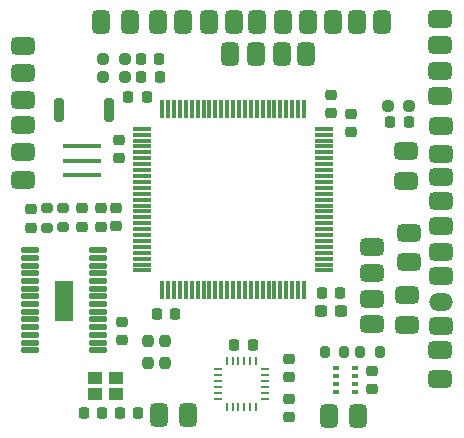
<source format=gbr>
%TF.GenerationSoftware,KiCad,Pcbnew,7.0.8*%
%TF.CreationDate,2023-11-14T14:25:30+07:00*%
%TF.ProjectId,Pixracer_clone,50697872-6163-4657-925f-636c6f6e652e,rev?*%
%TF.SameCoordinates,Original*%
%TF.FileFunction,Paste,Top*%
%TF.FilePolarity,Positive*%
%FSLAX46Y46*%
G04 Gerber Fmt 4.6, Leading zero omitted, Abs format (unit mm)*
G04 Created by KiCad (PCBNEW 7.0.8) date 2023-11-14 14:25:30*
%MOMM*%
%LPD*%
G01*
G04 APERTURE LIST*
G04 Aperture macros list*
%AMRoundRect*
0 Rectangle with rounded corners*
0 $1 Rounding radius*
0 $2 $3 $4 $5 $6 $7 $8 $9 X,Y pos of 4 corners*
0 Add a 4 corners polygon primitive as box body*
4,1,4,$2,$3,$4,$5,$6,$7,$8,$9,$2,$3,0*
0 Add four circle primitives for the rounded corners*
1,1,$1+$1,$2,$3*
1,1,$1+$1,$4,$5*
1,1,$1+$1,$6,$7*
1,1,$1+$1,$8,$9*
0 Add four rect primitives between the rounded corners*
20,1,$1+$1,$2,$3,$4,$5,0*
20,1,$1+$1,$4,$5,$6,$7,0*
20,1,$1+$1,$6,$7,$8,$9,0*
20,1,$1+$1,$8,$9,$2,$3,0*%
G04 Aperture macros list end*
%ADD10C,0.010000*%
%ADD11RoundRect,0.225000X-0.250000X0.225000X-0.250000X-0.225000X0.250000X-0.225000X0.250000X0.225000X0*%
%ADD12RoundRect,0.200000X-0.200000X-0.275000X0.200000X-0.275000X0.200000X0.275000X-0.200000X0.275000X0*%
%ADD13RoundRect,0.225000X0.225000X0.250000X-0.225000X0.250000X-0.225000X-0.250000X0.225000X-0.250000X0*%
%ADD14RoundRect,0.375000X0.625000X0.375000X-0.625000X0.375000X-0.625000X-0.375000X0.625000X-0.375000X0*%
%ADD15RoundRect,0.375000X-0.375000X0.625000X-0.375000X-0.625000X0.375000X-0.625000X0.375000X0.625000X0*%
%ADD16RoundRect,0.225000X-0.225000X-0.250000X0.225000X-0.250000X0.225000X0.250000X-0.225000X0.250000X0*%
%ADD17RoundRect,0.225000X0.250000X-0.225000X0.250000X0.225000X-0.250000X0.225000X-0.250000X-0.225000X0*%
%ADD18RoundRect,0.375000X0.375000X-0.625000X0.375000X0.625000X-0.375000X0.625000X-0.375000X-0.625000X0*%
%ADD19RoundRect,0.218750X0.218750X0.256250X-0.218750X0.256250X-0.218750X-0.256250X0.218750X-0.256250X0*%
%ADD20R,0.500000X0.350000*%
%ADD21R,1.150000X1.000000*%
%ADD22RoundRect,0.375000X-0.625000X-0.375000X0.625000X-0.375000X0.625000X0.375000X-0.625000X0.375000X0*%
%ADD23O,2.000000X1.500000*%
%ADD24RoundRect,0.200000X0.275000X-0.200000X0.275000X0.200000X-0.275000X0.200000X-0.275000X-0.200000X0*%
%ADD25RoundRect,0.237500X0.237500X-0.250000X0.237500X0.250000X-0.237500X0.250000X-0.237500X-0.250000X0*%
%ADD26RoundRect,0.237500X-0.250000X-0.237500X0.250000X-0.237500X0.250000X0.237500X-0.250000X0.237500X0*%
%ADD27RoundRect,0.237500X-0.300000X-0.237500X0.300000X-0.237500X0.300000X0.237500X-0.300000X0.237500X0*%
%ADD28RoundRect,0.237500X0.250000X0.237500X-0.250000X0.237500X-0.250000X-0.237500X0.250000X-0.237500X0*%
%ADD29R,3.200000X0.400000*%
%ADD30RoundRect,0.200000X-0.200000X-0.800000X0.200000X-0.800000X0.200000X0.800000X-0.200000X0.800000X0*%
%ADD31RoundRect,0.218750X-0.218750X-0.256250X0.218750X-0.256250X0.218750X0.256250X-0.218750X0.256250X0*%
%ADD32RoundRect,0.020500X0.719500X0.184500X-0.719500X0.184500X-0.719500X-0.184500X0.719500X-0.184500X0*%
%ADD33RoundRect,0.075000X-0.725000X-0.075000X0.725000X-0.075000X0.725000X0.075000X-0.725000X0.075000X0*%
%ADD34RoundRect,0.075000X-0.075000X-0.725000X0.075000X-0.725000X0.075000X0.725000X-0.075000X0.725000X0*%
%ADD35R,0.260000X0.790000*%
%ADD36R,0.790000X0.260000*%
G04 APERTURE END LIST*
%TO.C,U2*%
D10*
X107588000Y-108000000D02*
X106162000Y-108000000D01*
X106162000Y-104650000D01*
X107588000Y-104650000D01*
X107588000Y-108000000D01*
G36*
X107588000Y-108000000D02*
G01*
X106162000Y-108000000D01*
X106162000Y-104650000D01*
X107588000Y-104650000D01*
X107588000Y-108000000D01*
G37*
%TD*%
D11*
%TO.C,C6*%
X129500000Y-88925000D03*
X129500000Y-90475000D03*
%TD*%
D12*
%TO.C,R16*%
X128975000Y-110700000D03*
X130625000Y-110700000D03*
%TD*%
D13*
%TO.C,C23*%
X122850000Y-110100000D03*
X121300000Y-110100000D03*
%TD*%
D14*
%TO.C,SPI2*%
X132950000Y-108300000D03*
X132950000Y-106200000D03*
X132950000Y-104000000D03*
X132950000Y-101800000D03*
%TD*%
D15*
%TO.C,UART1*%
X121300000Y-82800000D03*
X119200000Y-82800000D03*
X117000000Y-82800000D03*
X114800000Y-82800000D03*
%TD*%
D16*
%TO.C,C22*%
X128700000Y-105700000D03*
X130250000Y-105700000D03*
%TD*%
D17*
%TO.C,C21*%
X133000000Y-113875000D03*
X133000000Y-112325000D03*
%TD*%
D18*
%TO.C,T3*%
X129300000Y-116100000D03*
X131800000Y-116100000D03*
%TD*%
D17*
%TO.C,C17*%
X109975000Y-100100000D03*
X109975000Y-98550000D03*
%TD*%
D19*
%TO.C,D4*%
X114962500Y-85870000D03*
X113387500Y-85870000D03*
%TD*%
D20*
%TO.C,BMP280*%
X129900000Y-114050000D03*
X129900000Y-113400000D03*
X129900000Y-112750000D03*
X129900000Y-112100000D03*
X131500000Y-112100000D03*
X131500000Y-112750000D03*
X131500000Y-113400000D03*
X131500000Y-114050000D03*
%TD*%
D14*
%TO.C,SWD*%
X138700000Y-89000000D03*
X138700000Y-86900000D03*
X138700000Y-84700000D03*
X138700000Y-82500000D03*
%TD*%
D21*
%TO.C,Y2*%
X111275000Y-112900000D03*
X109525000Y-112900000D03*
X109525000Y-114300000D03*
X111275000Y-114300000D03*
%TD*%
D15*
%TO.C,GPS1*%
X133800000Y-82800000D03*
X131700000Y-82800000D03*
X129700000Y-82800000D03*
X127500000Y-82800000D03*
X125400000Y-82800000D03*
X123200000Y-82800000D03*
%TD*%
D22*
%TO.C,MOTOR*%
X138800000Y-93900000D03*
X138800000Y-95900000D03*
X138800000Y-97900000D03*
X138800000Y-100000000D03*
X138800000Y-102200000D03*
X138800000Y-104300000D03*
D23*
X138800000Y-106500000D03*
D22*
X138800000Y-108500000D03*
%TD*%
D24*
%TO.C,R8*%
X106800000Y-100125000D03*
X106800000Y-98475000D03*
%TD*%
D14*
%TO.C,UART7*%
X138700000Y-113000000D03*
X138700000Y-110500000D03*
%TD*%
D22*
%TO.C,VTX1*%
X103400000Y-84800000D03*
X103400000Y-87100000D03*
X103400000Y-89400000D03*
%TD*%
D13*
%TO.C,C25*%
X113150000Y-115900000D03*
X111600000Y-115900000D03*
%TD*%
D17*
%TO.C,C4*%
X125900000Y-112850000D03*
X125900000Y-111300000D03*
%TD*%
D22*
%TO.C,5V*%
X138800000Y-91600000D03*
%TD*%
D25*
%TO.C,R5*%
X114000000Y-111612500D03*
X114000000Y-109787500D03*
%TD*%
D17*
%TO.C,C2*%
X104075000Y-100175000D03*
X104075000Y-98625000D03*
%TD*%
D11*
%TO.C,C13*%
X111300000Y-98525000D03*
X111300000Y-100075000D03*
%TD*%
D13*
%TO.C,C8*%
X116275000Y-107500000D03*
X114725000Y-107500000D03*
%TD*%
D24*
%TO.C,R3*%
X105475000Y-100198214D03*
X105475000Y-98548214D03*
%TD*%
D26*
%TO.C,R4*%
X110187500Y-87400000D03*
X112012500Y-87400000D03*
%TD*%
D27*
%TO.C,C3*%
X128637500Y-107200000D03*
X130362500Y-107200000D03*
%TD*%
D28*
%TO.C,R10*%
X136112500Y-89900000D03*
X134287500Y-89900000D03*
%TD*%
D17*
%TO.C,C18*%
X108375000Y-100100000D03*
X108375000Y-98550000D03*
%TD*%
D29*
%TO.C,Y1*%
X108400000Y-95700000D03*
X108400000Y-94500000D03*
X108400000Y-93300000D03*
%TD*%
D22*
%TO.C,UART3*%
X136100000Y-100600000D03*
X136100000Y-103100000D03*
%TD*%
D12*
%TO.C,R18*%
X131975000Y-110725000D03*
X133625000Y-110725000D03*
%TD*%
D17*
%TO.C,C20*%
X111800000Y-109700000D03*
X111800000Y-108150000D03*
%TD*%
D26*
%TO.C,R2*%
X110187500Y-85900000D03*
X112012500Y-85900000D03*
%TD*%
D17*
%TO.C,C1*%
X131200000Y-92075000D03*
X131200000Y-90525000D03*
%TD*%
D18*
%TO.C,UART4*%
X114900000Y-116000000D03*
X117400000Y-116000000D03*
%TD*%
D30*
%TO.C,BOOT*%
X106500000Y-90200000D03*
X110700000Y-90200000D03*
%TD*%
D25*
%TO.C,R6*%
X115400000Y-111612500D03*
X115400000Y-109787500D03*
%TD*%
D14*
%TO.C,UART6*%
X135800000Y-96200000D03*
X135800000Y-93700000D03*
%TD*%
D31*
%TO.C,PWR*%
X134512500Y-91200000D03*
X136087500Y-91200000D03*
%TD*%
D32*
%TO.C,U2*%
X109750000Y-110550000D03*
X109750000Y-109900000D03*
X109750000Y-109250000D03*
X109750000Y-108600000D03*
X109750000Y-107950000D03*
X109750000Y-107300000D03*
X109750000Y-106650000D03*
X109750000Y-106000000D03*
X109750000Y-105350000D03*
X109750000Y-104700000D03*
X109750000Y-104050000D03*
X109750000Y-103400000D03*
X109750000Y-102750000D03*
X109750000Y-102100000D03*
X104000000Y-102100000D03*
X104000000Y-102750000D03*
X104000000Y-103400000D03*
X104000000Y-104050000D03*
X104000000Y-104700000D03*
X104000000Y-105350000D03*
X104000000Y-106000000D03*
X104000000Y-106650000D03*
X104000000Y-107300000D03*
X104000000Y-107950000D03*
X104000000Y-108600000D03*
X104000000Y-109250000D03*
X104000000Y-109900000D03*
X104000000Y-110550000D03*
%TD*%
D19*
%TO.C,D5*%
X114987500Y-87400000D03*
X113412500Y-87400000D03*
%TD*%
D22*
%TO.C,CAM1*%
X103400000Y-91500000D03*
X103400000Y-93800000D03*
X103400000Y-96100000D03*
%TD*%
D16*
%TO.C,C26*%
X108550000Y-115900000D03*
X110100000Y-115900000D03*
%TD*%
D22*
%TO.C,I2C2*%
X135900000Y-105900000D03*
X135900000Y-108400000D03*
%TD*%
D16*
%TO.C,C19*%
X112325000Y-89100000D03*
X113875000Y-89100000D03*
%TD*%
D33*
%TO.C,STM32F427VIT6*%
X113525000Y-91800000D03*
X113525000Y-92300000D03*
X113525000Y-92800000D03*
X113525000Y-93300000D03*
X113525000Y-93800000D03*
X113525000Y-94300000D03*
X113525000Y-94800000D03*
X113525000Y-95300000D03*
X113525000Y-95800000D03*
X113525000Y-96300000D03*
X113525000Y-96800000D03*
X113525000Y-97300000D03*
X113525000Y-97800000D03*
X113525000Y-98300000D03*
X113525000Y-98800000D03*
X113525000Y-99300000D03*
X113525000Y-99800000D03*
X113525000Y-100300000D03*
X113525000Y-100800000D03*
X113525000Y-101300000D03*
X113525000Y-101800000D03*
X113525000Y-102300000D03*
X113525000Y-102800000D03*
X113525000Y-103300000D03*
X113525000Y-103800000D03*
D34*
X115200000Y-105475000D03*
X115700000Y-105475000D03*
X116200000Y-105475000D03*
X116700000Y-105475000D03*
X117200000Y-105475000D03*
X117700000Y-105475000D03*
X118200000Y-105475000D03*
X118700000Y-105475000D03*
X119200000Y-105475000D03*
X119700000Y-105475000D03*
X120200000Y-105475000D03*
X120700000Y-105475000D03*
X121200000Y-105475000D03*
X121700000Y-105475000D03*
X122200000Y-105475000D03*
X122700000Y-105475000D03*
X123200000Y-105475000D03*
X123700000Y-105475000D03*
X124200000Y-105475000D03*
X124700000Y-105475000D03*
X125200000Y-105475000D03*
X125700000Y-105475000D03*
X126200000Y-105475000D03*
X126700000Y-105475000D03*
X127200000Y-105475000D03*
D33*
X128875000Y-103800000D03*
X128875000Y-103300000D03*
X128875000Y-102800000D03*
X128875000Y-102300000D03*
X128875000Y-101800000D03*
X128875000Y-101300000D03*
X128875000Y-100800000D03*
X128875000Y-100300000D03*
X128875000Y-99800000D03*
X128875000Y-99300000D03*
X128875000Y-98800000D03*
X128875000Y-98300000D03*
X128875000Y-97800000D03*
X128875000Y-97300000D03*
X128875000Y-96800000D03*
X128875000Y-96300000D03*
X128875000Y-95800000D03*
X128875000Y-95300000D03*
X128875000Y-94800000D03*
X128875000Y-94300000D03*
X128875000Y-93800000D03*
X128875000Y-93300000D03*
X128875000Y-92800000D03*
X128875000Y-92300000D03*
X128875000Y-91800000D03*
D34*
X127200000Y-90125000D03*
X126700000Y-90125000D03*
X126200000Y-90125000D03*
X125700000Y-90125000D03*
X125200000Y-90125000D03*
X124700000Y-90125000D03*
X124200000Y-90125000D03*
X123700000Y-90125000D03*
X123200000Y-90125000D03*
X122700000Y-90125000D03*
X122200000Y-90125000D03*
X121700000Y-90125000D03*
X121200000Y-90125000D03*
X120700000Y-90125000D03*
X120200000Y-90125000D03*
X119700000Y-90125000D03*
X119200000Y-90125000D03*
X118700000Y-90125000D03*
X118200000Y-90125000D03*
X117700000Y-90125000D03*
X117200000Y-90125000D03*
X116700000Y-90125000D03*
X116200000Y-90125000D03*
X115700000Y-90125000D03*
X115200000Y-90125000D03*
%TD*%
D11*
%TO.C,C16*%
X125955000Y-114675000D03*
X125955000Y-116225000D03*
%TD*%
D35*
%TO.C,ICM20689*%
X120650000Y-115392500D03*
X121150000Y-115392500D03*
X121650000Y-115392500D03*
X122150000Y-115392500D03*
X122650000Y-115392500D03*
X123150000Y-115392500D03*
D36*
X123870000Y-114672500D03*
X123870000Y-114172500D03*
X123870000Y-113672500D03*
X123870000Y-113172500D03*
X123870000Y-112672500D03*
X123870000Y-112172500D03*
D35*
X123150000Y-111452500D03*
X122650000Y-111452500D03*
X122150000Y-111452500D03*
X121650000Y-111452500D03*
X121150000Y-111452500D03*
X120650000Y-111452500D03*
D36*
X119930000Y-112172500D03*
X119930000Y-112672500D03*
X119930000Y-113172500D03*
X119930000Y-113672500D03*
X119930000Y-114172500D03*
X119930000Y-114672500D03*
%TD*%
D17*
%TO.C,C9*%
X111500000Y-94275000D03*
X111500000Y-92725000D03*
%TD*%
D15*
%TO.C,SPI3*%
X127400000Y-85450000D03*
X125300000Y-85450000D03*
X123100000Y-85450000D03*
X120900000Y-85450000D03*
%TD*%
%TO.C,UART8*%
X112500000Y-82800000D03*
X110000000Y-82800000D03*
%TD*%
M02*

</source>
